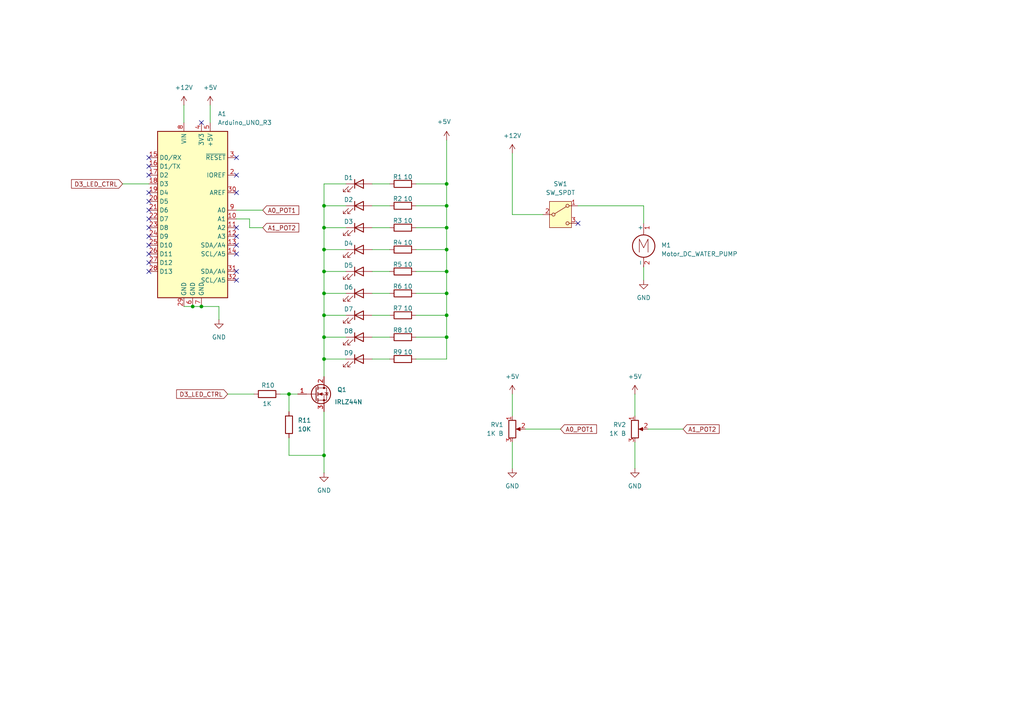
<source format=kicad_sch>
(kicad_sch (version 20231120) (generator "eeschema") (generator_version "8.0")
  (paper "A4")
  (lib_symbols
    (symbol "Device:LED" (pin_numbers hide) (pin_names (offset 1.016) hide)
      (property "Reference" "D" (at 0 2.54 0))
      (property "Value" "LED" (at 0 -2.54 0))
      (symbol "LED_0_1"
        (polyline (pts (xy -1.27 -1.27) (xy -1.27 1.27)) (stroke (width 0.254)))
        (polyline (pts (xy -1.27 0) (xy 1.27 0)))
        (polyline (pts (xy 1.27 -1.27) (xy 1.27 1.27) (xy -1.27 0) (xy 1.27 -1.27)) (stroke (width 0.254)))
        (polyline (pts (xy -3.048 -0.762) (xy -4.572 -2.286) (xy -3.81 -2.286) (xy -4.572 -2.286) (xy -4.572 -1.524)))
        (polyline (pts (xy -1.778 -0.762) (xy -3.302 -2.286) (xy -2.54 -2.286) (xy -3.302 -2.286) (xy -3.302 -1.524)))
      )
      (symbol "LED_1_1"
        (pin passive line (at -3.81 0 0) (length 2.54) (name "K") (number "1"))
        (pin passive line (at 3.81 0 180) (length 2.54) (name "A") (number "2"))
      )
    )
    (symbol "Device:R" (pin_numbers hide) (pin_names (offset 0))
      (property "Reference" "R" (at 2.032 0 90))
      (property "Value" "R" (at 0 0 90))
      (symbol "R_0_1"
        (rectangle (start -1.016 -2.54) (end 1.016 2.54) (stroke (width 0.254)))
      )
      (symbol "R_1_1"
        (pin passive line (at 0 3.81 270) (length 1.27) (name "~") (number "1"))
        (pin passive line (at 0 -3.81 90) (length 1.27) (name "~") (number "2"))
      )
    )
    (symbol "Device:R_Potentiometer" (pin_names (offset 1.016) hide)
      (property "Reference" "RV" (at -4.445 0 90))
      (property "Value" "R_Potentiometer" (at -2.54 0 90))
      (symbol "R_Potentiometer_0_1"
        (polyline (pts (xy 2.54 0) (xy 1.524 0)))
        (polyline (pts (xy 1.143 0) (xy 2.286 0.508) (xy 2.286 -0.508) (xy 1.143 0)) (fill (type outline)))
        (rectangle (start 1.016 2.54) (end -1.016 -2.54) (stroke (width 0.254)))
      )
      (symbol "R_Potentiometer_1_1"
        (pin passive line (at 0 3.81 270) (length 1.27) (name "1") (number "1"))
        (pin passive line (at 3.81 0 180) (length 1.27) (name "2") (number "2"))
        (pin passive line (at 0 -3.81 90) (length 1.27) (name "3") (number "3"))
      )
    )
    (symbol "MCU_Module:Arduino_UNO_R3"
      (property "Reference" "A" (at -10.16 23.495 0))
      (property "Value" "Arduino_UNO_R3" (at 5.08 -26.67 0))
      (symbol "Arduino_UNO_R3_0_1"
        (rectangle (start -10.16 22.86) (end 10.16 -25.4) (stroke (width 0.254)) (fill (type background)))
      )
      (symbol "Arduino_UNO_R3_1_1"
        (pin no_connect line (at -10.16 -20.32 0) (length 2.54) hide (name "NC") (number "1"))
        (pin bidirectional line (at 12.7 -2.54 180) (length 2.54) (name "A1") (number "10"))
        (pin bidirectional line (at 12.7 -5.08 180) (length 2.54) (name "A2") (number "11"))
        (pin bidirectional line (at 12.7 -7.62 180) (length 2.54) (name "A3") (number "12"))
        (pin bidirectional line (at 12.7 -10.16 180) (length 2.54) (name "SDA/A4") (number "13"))
        (pin bidirectional line (at 12.7 -12.7 180) (length 2.54) (name "SCL/A5") (number "14"))
        (pin bidirectional line (at -12.7 15.24 0) (length 2.54) (name "D0/RX") (number "15"))
        (pin bidirectional line (at -12.7 12.7 0) (length 2.54) (name "D1/TX") (number "16"))
        (pin bidirectional line (at -12.7 10.16 0) (length 2.54) (name "D2") (number "17"))
        (pin bidirectional line (at -12.7 7.62 0) (length 2.54) (name "D3") (number "18"))
        (pin bidirectional line (at -12.7 5.08 0) (length 2.54) (name "D4") (number "19"))
        (pin output line (at 12.7 10.16 180) (length 2.54) (name "IOREF") (number "2"))
        (pin bidirectional line (at -12.7 2.54 0) (length 2.54) (name "D5") (number "20"))
        (pin bidirectional line (at -12.7 0 0) (length 2.54) (name "D6") (number "21"))
        (pin bidirectional line (at -12.7 -2.54 0) (length 2.54) (name "D7") (number "22"))
        (pin bidirectional line (at -12.7 -5.08 0) (length 2.54) (name "D8") (number "23"))
        (pin bidirectional line (at -12.7 -7.62 0) (length 2.54) (name "D9") (number "24"))
        (pin bidirectional line (at -12.7 -10.16 0) (length 2.54) (name "D10") (number "25"))
        (pin bidirectional line (at -12.7 -12.7 0) (length 2.54) (name "D11") (number "26"))
        (pin bidirectional line (at -12.7 -15.24 0) (length 2.54) (name "D12") (number "27"))
        (pin bidirectional line (at -12.7 -17.78 0) (length 2.54) (name "D13") (number "28"))
        (pin power_in line (at -2.54 -27.94 90) (length 2.54) (name "GND") (number "29"))
        (pin input line (at 12.7 15.24 180) (length 2.54) (name "~{RESET}") (number "3"))
        (pin input line (at 12.7 5.08 180) (length 2.54) (name "AREF") (number "30"))
        (pin bidirectional line (at 12.7 -17.78 180) (length 2.54) (name "SDA/A4") (number "31"))
        (pin bidirectional line (at 12.7 -20.32 180) (length 2.54) (name "SCL/A5") (number "32"))
        (pin power_out line (at 2.54 25.4 270) (length 2.54) (name "3V3") (number "4"))
        (pin power_out line (at 5.08 25.4 270) (length 2.54) (name "+5V") (number "5"))
        (pin power_in line (at 0 -27.94 90) (length 2.54) (name "GND") (number "6"))
        (pin power_in line (at 2.54 -27.94 90) (length 2.54) (name "GND") (number "7"))
        (pin power_in line (at -2.54 25.4 270) (length 2.54) (name "VIN") (number "8"))
        (pin bidirectional line (at 12.7 0 180) (length 2.54) (name "A0") (number "9"))
      )
    )
    (symbol "Motor:Motor_DC" (pin_names (offset 0))
      (property "Reference" "M" (at 2.54 2.54 0))
      (property "Value" "Motor_DC" (at 2.54 -5.08 0))
      (symbol "Motor_DC_0_0"
        (polyline (pts (xy -1.27 -3.302) (xy -1.27 0.508) (xy 0 -2.032) (xy 1.27 0.508) (xy 1.27 -3.302)))
      )
      (symbol "Motor_DC_0_1"
        (circle (center 0 -1.524) (radius 3.2512) (stroke (width 0.254)))
        (polyline (pts (xy 0 -7.62) (xy 0 -7.112)))
        (polyline (pts (xy 0 -4.7752) (xy 0 -5.1816)))
        (polyline (pts (xy 0 1.7272) (xy 0 2.0828)))
        (polyline (pts (xy 0 2.032) (xy 0 2.54)))
      )
      (symbol "Motor_DC_1_1"
        (pin passive line (at 0 5.08 270) (length 2.54) (name "+") (number "1"))
        (pin passive line (at 0 -7.62 90) (length 2.54) (name "-") (number "2"))
      )
    )
    (symbol "Switch:SW_SPDT" (pin_names (offset 0) hide)
      (property "Reference" "SW" (at 0 5.08 0))
      (property "Value" "SW_SPDT" (at 0 -5.08 0))
      (symbol "SW_SPDT_0_1"
        (circle (center -2.032 0) (radius 0.4572))
        (polyline (pts (xy -1.651 0.254) (xy 1.651 2.286)))
        (circle (center 2.032 -2.54) (radius 0.4572))
        (circle (center 2.032 2.54) (radius 0.4572))
      )
      (symbol "SW_SPDT_1_1"
        (rectangle (start -3.175 3.81) (end 3.175 -3.81) (fill (type background)))
        (pin passive line (at 5.08 2.54 180) (length 2.54) (name "A") (number "1"))
        (pin passive line (at -5.08 0 0) (length 2.54) (name "B") (number "2"))
        (pin passive line (at 5.08 -2.54 180) (length 2.54) (name "C") (number "3"))
      )
    )
    (symbol "Transistor_FET:IRLZ44N" (pin_names hide)
      (property "Reference" "Q" (at 5.08 1.905 0))
      (property "Value" "IRLZ44N" (at 5.08 0 0))
      (symbol "IRLZ44N_0_1"
        (polyline (pts (xy 0.254 0) (xy -2.54 0)))
        (polyline (pts (xy 0.254 1.905) (xy 0.254 -1.905)) (stroke (width 0.254)))
        (polyline (pts (xy 0.762 -1.27) (xy 0.762 -2.286)) (stroke (width 0.254)))
        (polyline (pts (xy 0.762 0.508) (xy 0.762 -0.508)) (stroke (width 0.254)))
        (polyline (pts (xy 0.762 2.286) (xy 0.762 1.27)) (stroke (width 0.254)))
        (polyline (pts (xy 2.54 2.54) (xy 2.54 1.778)))
        (polyline (pts (xy 2.54 -2.54) (xy 2.54 0) (xy 0.762 0)))
        (polyline (pts (xy 0.762 -1.778) (xy 3.302 -1.778) (xy 3.302 1.778) (xy 0.762 1.778)))
        (polyline (pts (xy 1.016 0) (xy 2.032 0.381) (xy 2.032 -0.381) (xy 1.016 0)) (fill (type outline)))
        (polyline (pts (xy 2.794 0.508) (xy 2.921 0.381) (xy 3.683 0.381) (xy 3.81 0.254)))
        (polyline (pts (xy 3.302 0.381) (xy 2.921 -0.254) (xy 3.683 -0.254) (xy 3.302 0.381)))
        (circle (center 1.651 0) (radius 2.794) (stroke (width 0.254)))
        (circle (center 2.54 -1.778) (radius 0.254) (fill (type outline)))
        (circle (center 2.54 1.778) (radius 0.254) (fill (type outline)))
      )
      (symbol "IRLZ44N_1_1"
        (pin input line (at -5.08 0 0) (length 2.54) (name "G") (number "1"))
        (pin passive line (at 2.54 5.08 270) (length 2.54) (name "D") (number "2"))
        (pin passive line (at 2.54 -5.08 90) (length 2.54) (name "S") (number "3"))
      )
    )
    (symbol "power:+12V" (power) (pin_numbers hide) (pin_names (offset 0) hide)
      (property "Value" "+12V" (at 0 3.556 0))
      (symbol "+12V_0_1"
        (polyline (pts (xy -0.762 1.27) (xy 0 2.54)))
        (polyline (pts (xy 0 0) (xy 0 2.54)))
        (polyline (pts (xy 0 2.54) (xy 0.762 1.27)))
      )
      (symbol "+12V_1_1"
        (pin power_in line (at 0 0 90) (length 0) (name "~") (number "1"))
      )
    )
    (symbol "power:+5V" (power) (pin_numbers hide) (pin_names (offset 0) hide)
      (property "Value" "+5V" (at 0 3.556 0))
      (symbol "+5V_0_1"
        (polyline (pts (xy -0.762 1.27) (xy 0 2.54)))
        (polyline (pts (xy 0 0) (xy 0 2.54)))
        (polyline (pts (xy 0 2.54) (xy 0.762 1.27)))
      )
      (symbol "+5V_1_1"
        (pin power_in line (at 0 0 90) (length 0) (name "~") (number "1"))
      )
    )
    (symbol "power:GND" (power) (pin_numbers hide) (pin_names (offset 0) hide)
      (property "Value" "GND" (at 0 -3.81 0))
      (symbol "GND_0_1"
        (polyline (pts (xy 0 0) (xy 0 -1.27) (xy 1.27 -1.27) (xy 0 -2.54) (xy -1.27 -1.27) (xy 0 -1.27)))
      )
      (symbol "GND_1_1"
        (pin power_in line (at 0 0 270) (length 0) (name "~") (number "1"))
      )
    )
  )
  (junction (at 58.42 88.9))
  (junction (at 83.82 114.3))
  (junction (at 93.98 97.79))
  (junction (at 93.98 104.14))
  (junction (at 129.54 53.34))
  (junction (at 93.98 85.09))
  (junction (at 55.88 88.9))
  (junction (at 129.54 91.44))
  (junction (at 129.54 66.04))
  (junction (at 129.54 59.69))
  (junction (at 93.98 66.04))
  (junction (at 93.98 59.69))
  (junction (at 129.54 78.74))
  (junction (at 129.54 97.79))
  (junction (at 129.54 85.09))
  (junction (at 93.98 78.74))
  (junction (at 129.54 72.39))
  (junction (at 93.98 72.39))
  (junction (at 93.98 91.44))
  (junction (at 93.98 132.08))
  (no_connect (at 43.18 48.26))
  (no_connect (at 68.58 50.8))
  (no_connect (at 68.58 73.66))
  (no_connect (at 43.18 63.5))
  (no_connect (at 68.58 71.12))
  (no_connect (at 43.18 71.12))
  (no_connect (at 43.18 58.42))
  (no_connect (at 43.18 66.04))
  (no_connect (at 43.18 73.66))
  (no_connect (at 43.18 50.8))
  (no_connect (at 167.64 64.77))
  (no_connect (at 68.58 55.88))
  (no_connect (at 68.58 68.58))
  (no_connect (at 68.58 45.72))
  (no_connect (at 68.58 81.28))
  (no_connect (at 43.18 78.74))
  (no_connect (at 43.18 55.88))
  (no_connect (at 68.58 78.74))
  (no_connect (at 43.18 60.96))
  (no_connect (at 43.18 68.58))
  (no_connect (at 43.18 76.2))
  (no_connect (at 43.18 45.72))
  (no_connect (at 68.58 66.04))
  (no_connect (at 58.42 35.56))
  (wire (pts (xy 129.54 85.09) (xy 129.54 91.44)))
  (wire (pts (xy 93.98 78.74) (xy 93.98 85.09)))
  (wire (pts (xy 184.15 128.27) (xy 184.15 135.89)))
  (wire (pts (xy 60.96 30.48) (xy 60.96 35.56)))
  (wire (pts (xy 58.42 88.9) (xy 63.5 88.9)))
  (wire (pts (xy 83.82 114.3) (xy 83.82 119.38)))
  (wire (pts (xy 93.98 132.08) (xy 83.82 132.08)))
  (wire (pts (xy 93.98 104.14) (xy 100.33 104.14)))
  (wire (pts (xy 107.95 97.79) (xy 113.03 97.79)))
  (wire (pts (xy 93.98 132.08) (xy 93.98 137.16)))
  (wire (pts (xy 129.54 72.39) (xy 129.54 78.74)))
  (wire (pts (xy 93.98 59.69) (xy 93.98 66.04)))
  (wire (pts (xy 93.98 66.04) (xy 100.33 66.04)))
  (wire (pts (xy 107.95 72.39) (xy 113.03 72.39)))
  (wire (pts (xy 120.65 72.39) (xy 129.54 72.39)))
  (wire (pts (xy 120.65 97.79) (xy 129.54 97.79)))
  (wire (pts (xy 93.98 97.79) (xy 100.33 97.79)))
  (wire (pts (xy 107.95 66.04) (xy 113.03 66.04)))
  (wire (pts (xy 107.95 91.44) (xy 113.03 91.44)))
  (wire (pts (xy 93.98 53.34) (xy 93.98 59.69)))
  (wire (pts (xy 93.98 53.34) (xy 100.33 53.34)))
  (wire (pts (xy 148.59 128.27) (xy 148.59 135.89)))
  (wire (pts (xy 93.98 78.74) (xy 100.33 78.74)))
  (wire (pts (xy 129.54 53.34) (xy 129.54 59.69)))
  (wire (pts (xy 120.65 91.44) (xy 129.54 91.44)))
  (wire (pts (xy 93.98 72.39) (xy 93.98 78.74)))
  (wire (pts (xy 120.65 85.09) (xy 129.54 85.09)))
  (wire (pts (xy 120.65 59.69) (xy 129.54 59.69)))
  (wire (pts (xy 93.98 104.14) (xy 93.98 109.22)))
  (wire (pts (xy 129.54 40.64) (xy 129.54 53.34)))
  (wire (pts (xy 129.54 59.69) (xy 129.54 66.04)))
  (wire (pts (xy 107.95 59.69) (xy 113.03 59.69)))
  (wire (pts (xy 157.48 62.23) (xy 148.59 62.23)))
  (wire (pts (xy 107.95 53.34) (xy 113.03 53.34)))
  (wire (pts (xy 93.98 72.39) (xy 100.33 72.39)))
  (wire (pts (xy 93.98 85.09) (xy 93.98 91.44)))
  (wire (pts (xy 68.58 63.5) (xy 72.39 63.5)))
  (wire (pts (xy 129.54 66.04) (xy 129.54 72.39)))
  (wire (pts (xy 186.69 59.69) (xy 186.69 64.77)))
  (wire (pts (xy 72.39 63.5) (xy 72.39 66.04)))
  (wire (pts (xy 129.54 91.44) (xy 129.54 97.79)))
  (wire (pts (xy 129.54 97.79) (xy 129.54 104.14)))
  (wire (pts (xy 152.4 124.46) (xy 162.56 124.46)))
  (wire (pts (xy 167.64 59.69) (xy 186.69 59.69)))
  (wire (pts (xy 120.65 66.04) (xy 129.54 66.04)))
  (wire (pts (xy 66.04 114.3) (xy 73.66 114.3)))
  (wire (pts (xy 35.56 53.34) (xy 43.18 53.34)))
  (wire (pts (xy 120.65 53.34) (xy 129.54 53.34)))
  (wire (pts (xy 148.59 44.45) (xy 148.59 62.23)))
  (wire (pts (xy 93.98 97.79) (xy 93.98 104.14)))
  (wire (pts (xy 55.88 88.9) (xy 58.42 88.9)))
  (wire (pts (xy 186.69 77.47) (xy 186.69 81.28)))
  (wire (pts (xy 93.98 119.38) (xy 93.98 132.08)))
  (wire (pts (xy 53.34 88.9) (xy 55.88 88.9)))
  (wire (pts (xy 107.95 85.09) (xy 113.03 85.09)))
  (wire (pts (xy 81.28 114.3) (xy 83.82 114.3)))
  (wire (pts (xy 129.54 78.74) (xy 129.54 85.09)))
  (wire (pts (xy 72.39 66.04) (xy 76.2 66.04)))
  (wire (pts (xy 93.98 91.44) (xy 93.98 97.79)))
  (wire (pts (xy 107.95 78.74) (xy 113.03 78.74)))
  (wire (pts (xy 148.59 114.3) (xy 148.59 120.65)))
  (wire (pts (xy 83.82 114.3) (xy 86.36 114.3)))
  (wire (pts (xy 93.98 59.69) (xy 100.33 59.69)))
  (wire (pts (xy 68.58 60.96) (xy 76.2 60.96)))
  (wire (pts (xy 63.5 88.9) (xy 63.5 92.71)))
  (wire (pts (xy 184.15 114.3) (xy 184.15 120.65)))
  (wire (pts (xy 53.34 30.48) (xy 53.34 35.56)))
  (wire (pts (xy 187.96 124.46) (xy 198.12 124.46)))
  (wire (pts (xy 93.98 66.04) (xy 93.98 72.39)))
  (wire (pts (xy 93.98 91.44) (xy 100.33 91.44)))
  (wire (pts (xy 107.95 104.14) (xy 113.03 104.14)))
  (wire (pts (xy 83.82 132.08) (xy 83.82 127)))
  (wire (pts (xy 120.65 78.74) (xy 129.54 78.74)))
  (wire (pts (xy 93.98 85.09) (xy 100.33 85.09)))
  (wire (pts (xy 120.65 104.14) (xy 129.54 104.14)))
  (global_label "A0_POT1" (shape input) (at 76.2 60.96 0) (property "Intersheetrefs" "${INTERSHEET_REFS}" (effects (hide yes))))
  (global_label "A1_POT2" (shape input) (at 198.12 124.46 0) (property "Intersheetrefs" "${INTERSHEET_REFS}" (effects (hide yes))))
  (global_label "D3_LED_CTRL" (shape input) (at 35.56 53.34 180) (property "Intersheetrefs" "${INTERSHEET_REFS}" (effects (hide yes))))
  (global_label "D3_LED_CTRL" (shape input) (at 66.04 114.3 180) (property "Intersheetrefs" "${INTERSHEET_REFS}" (effects (hide yes))))
  (global_label "A1_POT2" (shape input) (at 76.2 66.04 0) (property "Intersheetrefs" "${INTERSHEET_REFS}" (effects (hide yes))))
  (global_label "A0_POT1" (shape input) (at 162.56 124.46 0) (property "Intersheetrefs" "${INTERSHEET_REFS}" (effects (hide yes))))
  (symbol (lib_id "Device:R") (at 116.84 91.44 270) (unit 1)
    (property "Reference" "R7" (at 115.316 89.408 90))
    (property "Value" "10" (at 118.364 89.408 90))
    (property "Description" "Resistor" (effects (hide yes)))
  )
  (symbol (lib_id "Device:LED") (at 104.14 66.04 0) (unit 1)
    (property "Reference" "D3" (at 101.092 64.262 0))
    (property "Value" "LED" (effects (hide yes)))
    (property "Description" "Light emitting diode" (effects (hide yes)))
  )
  (symbol (lib_id "power:+12V") (at 53.34 30.48 0) (unit 1)
    (property "Reference" "#PWR011" (effects (hide yes)))
    (property "Value" "+12V" (at 53.34 25.4 0))
    (property "Description" "Power symbol creates a global label with name \"+12V\"" (effects (hide yes)))
  )
  (symbol (lib_id "Device:LED") (at 104.14 85.09 0) (unit 1)
    (property "Reference" "D6" (at 101.092 83.312 0))
    (property "Value" "LED" (effects (hide yes)))
    (property "Description" "Light emitting diode" (effects (hide yes)))
  )
  (symbol (lib_id "Device:R") (at 116.84 104.14 270) (unit 1)
    (property "Reference" "R9" (at 115.316 102.108 90))
    (property "Value" "10" (at 118.364 102.108 90))
    (property "Description" "Resistor" (effects (hide yes)))
  )
  (symbol (lib_id "Device:R") (at 116.84 66.04 270) (unit 1)
    (property "Reference" "R3" (at 115.316 64.008 90))
    (property "Value" "10" (at 118.364 64.008 90))
    (property "Description" "Resistor" (effects (hide yes)))
  )
  (symbol (lib_id "Device:R_Potentiometer") (at 148.59 124.46 0) (unit 1)
    (property "Reference" "RV1" (at 146.05 123.1899 0) (effects (justify right)))
    (property "Value" "1K B" (at 146.05 125.7299 0) (effects (justify right)))
    (property "Description" "Potentiometer" (effects (hide yes)))
  )
  (symbol (lib_id "Device:R") (at 116.84 53.34 270) (unit 1)
    (property "Reference" "R1" (at 115.316 51.308 90))
    (property "Value" "10" (at 118.364 51.308 90))
    (property "Description" "Resistor" (effects (hide yes)))
  )
  (symbol (lib_id "Device:R") (at 116.84 72.39 270) (unit 1)
    (property "Reference" "R4" (at 115.316 70.358 90))
    (property "Value" "10" (at 118.364 70.358 90))
    (property "Description" "Resistor" (effects (hide yes)))
  )
  (symbol (lib_id "power:+5V") (at 129.54 40.64 0) (unit 1)
    (property "Reference" "#PWR01" (effects (hide yes)))
    (property "Value" "+5V" (at 128.778 35.306 0))
    (property "Description" "Power symbol creates a global label with name \"+5V\"" (effects (hide yes)))
  )
  (symbol (lib_id "Device:R") (at 83.82 123.19 0) (unit 1)
    (property "Reference" "R11" (at 86.36 121.9199 0) (effects (justify left)))
    (property "Value" "10K" (at 86.36 124.4599 0) (effects (justify left)))
    (property "Description" "Resistor" (effects (hide yes)))
  )
  (symbol (lib_id "Device:R") (at 116.84 59.69 270) (unit 1)
    (property "Reference" "R2" (at 115.316 57.658 90))
    (property "Value" "10" (at 118.364 57.658 90))
    (property "Description" "Resistor" (effects (hide yes)))
  )
  (symbol (lib_id "power:GND") (at 186.69 81.28 0) (unit 1)
    (property "Reference" "#PWR04" (effects (hide yes)))
    (property "Value" "GND" (at 186.69 86.36 0))
    (property "Description" "Power symbol creates a global label with name \"GND\" , ground" (effects (hide yes)))
  )
  (symbol (lib_id "power:+5V") (at 148.59 114.3 0) (unit 1)
    (property "Reference" "#PWR05" (effects (hide yes)))
    (property "Value" "+5V" (at 148.59 109.22 0))
    (property "Description" "Power symbol creates a global label with name \"+5V\"" (effects (hide yes)))
  )
  (symbol (lib_id "power:GND") (at 93.98 137.16 0) (unit 1)
    (property "Reference" "#PWR02" (effects (hide yes)))
    (property "Value" "GND" (at 93.98 142.24 0))
    (property "Description" "Power symbol creates a global label with name \"GND\" , ground" (effects (hide yes)))
  )
  (symbol (lib_id "Device:R") (at 116.84 78.74 270) (unit 1)
    (property "Reference" "R5" (at 115.316 76.708 90))
    (property "Value" "10" (at 118.364 76.708 90))
    (property "Description" "Resistor" (effects (hide yes)))
  )
  (symbol (lib_id "Transistor_FET:IRLZ44N") (at 91.44 114.3 0) (unit 1)
    (property "Reference" "Q1" (at 97.79 113.0299 0) (effects (justify left)))
    (property "Value" "IRLZ44N" (at 97.028 116.586 0) (effects (justify left)))
    (property "Footprint" "Package_TO_SOT_THT:TO-220-3_Vertical" (effects (hide yes)))
    (property "Datasheet" "http://www.irf.com/product-info/datasheets/data/irlz44n.pdf" (effects (hide yes)))
    (property "Description" "47A Id, 55V Vds, 22mOhm Rds Single N-Channel HEXFET Power MOSFET, TO-220AB" (effects (hide yes)))
  )
  (symbol (lib_id "Motor:Motor_DC") (at 186.69 69.85 0) (unit 1)
    (property "Reference" "M1" (at 191.77 71.1199 0) (effects (justify left)))
    (property "Value" "Motor_DC_WATER_PUMP" (at 191.77 73.6599 0) (effects (justify left)))
    (property "Description" "DC Motor" (effects (hide yes)))
  )
  (symbol (lib_id "Device:LED") (at 104.14 59.69 0) (unit 1)
    (property "Reference" "D2" (at 101.092 57.912 0))
    (property "Value" "LED" (effects (hide yes)))
    (property "Description" "Light emitting diode" (effects (hide yes)))
  )
  (symbol (lib_id "MCU_Module:Arduino_UNO_R3") (at 55.88 60.96 0) (unit 1)
    (property "Reference" "A1" (at 63.1541 33.02 0) (effects (justify left)))
    (property "Value" "Arduino_UNO_R3" (at 63.1541 35.56 0) (effects (justify left)))
    (property "Footprint" "Module:Arduino_UNO_R3" (effects (hide yes)))
    (property "Datasheet" "https://www.arduino.cc/en/Main/arduinoBoardUno" (effects (hide yes)))
    (property "Description" "Arduino UNO Microcontroller Module, release 3" (effects (hide yes)))
  )
  (symbol (lib_id "Device:LED") (at 104.14 78.74 0) (unit 1)
    (property "Reference" "D5" (at 101.092 76.962 0))
    (property "Value" "LED" (effects (hide yes)))
    (property "Description" "Light emitting diode" (effects (hide yes)))
  )
  (symbol (lib_id "power:+5V") (at 60.96 30.48 0) (unit 1)
    (property "Reference" "#PWR010" (effects (hide yes)))
    (property "Value" "+5V" (at 60.96 25.4 0))
    (property "Description" "Power symbol creates a global label with name \"+5V\"" (effects (hide yes)))
  )
  (symbol (lib_id "power:GND") (at 63.5 92.71 0) (unit 1)
    (property "Reference" "#PWR09" (effects (hide yes)))
    (property "Value" "GND" (at 63.5 97.79 0))
    (property "Description" "Power symbol creates a global label with name \"GND\" , ground" (effects (hide yes)))
  )
  (symbol (lib_id "Device:R") (at 77.47 114.3 270) (unit 1)
    (property "Reference" "R10" (at 77.724 111.76 90))
    (property "Value" "1K" (at 77.47 117.094 90))
    (property "Description" "Resistor" (effects (hide yes)))
  )
  (symbol (lib_id "power:+12V") (at 148.59 44.45 0) (unit 1)
    (property "Reference" "#PWR03" (effects (hide yes)))
    (property "Value" "+12V" (at 148.59 39.37 0))
    (property "Description" "Power symbol creates a global label with name \"+12V\"" (effects (hide yes)))
  )
  (symbol (lib_id "Switch:SW_SPDT") (at 162.56 62.23 0) (unit 1)
    (property "Reference" "SW1" (at 162.56 53.34 0))
    (property "Value" "SW_SPDT" (at 162.56 55.88 0))
    (property "Description" "Switch, single pole double throw" (effects (hide yes)))
  )
  (symbol (lib_id "Device:R_Potentiometer") (at 184.15 124.46 0) (unit 1)
    (property "Reference" "RV2" (at 181.61 123.1899 0) (effects (justify right)))
    (property "Value" "1K B" (at 181.61 125.7299 0) (effects (justify right)))
    (property "Description" "Potentiometer" (effects (hide yes)))
  )
  (symbol (lib_id "Device:LED") (at 104.14 104.14 0) (unit 1)
    (property "Reference" "D9" (at 101.092 102.362 0))
    (property "Value" "LED" (effects (hide yes)))
    (property "Description" "Light emitting diode" (effects (hide yes)))
  )
  (symbol (lib_id "Device:LED") (at 104.14 72.39 0) (unit 1)
    (property "Reference" "D4" (at 101.092 70.612 0))
    (property "Value" "LED" (effects (hide yes)))
    (property "Description" "Light emitting diode" (effects (hide yes)))
  )
  (symbol (lib_id "Device:R") (at 116.84 97.79 270) (unit 1)
    (property "Reference" "R8" (at 115.316 95.758 90))
    (property "Value" "10" (at 118.364 95.758 90))
    (property "Description" "Resistor" (effects (hide yes)))
  )
  (symbol (lib_id "power:GND") (at 184.15 135.89 0) (unit 1)
    (property "Reference" "#PWR08" (effects (hide yes)))
    (property "Value" "GND" (at 184.15 140.97 0))
    (property "Description" "Power symbol creates a global label with name \"GND\" , ground" (effects (hide yes)))
  )
  (symbol (lib_id "Device:R") (at 116.84 85.09 270) (unit 1)
    (property "Reference" "R6" (at 115.316 83.058 90))
    (property "Value" "10" (at 118.364 83.058 90))
    (property "Description" "Resistor" (effects (hide yes)))
  )
  (symbol (lib_id "power:GND") (at 148.59 135.89 0) (unit 1)
    (property "Reference" "#PWR07" (effects (hide yes)))
    (property "Value" "GND" (at 148.59 140.97 0))
    (property "Description" "Power symbol creates a global label with name \"GND\" , ground" (effects (hide yes)))
  )
  (symbol (lib_id "Device:LED") (at 104.14 97.79 0) (unit 1)
    (property "Reference" "D8" (at 101.092 96.012 0))
    (property "Value" "LED" (effects (hide yes)))
    (property "Description" "Light emitting diode" (effects (hide yes)))
  )
  (symbol (lib_id "Device:LED") (at 104.14 91.44 0) (unit 1)
    (property "Reference" "D7" (at 101.092 89.662 0))
    (property "Value" "LED" (effects (hide yes)))
    (property "Description" "Light emitting diode" (effects (hide yes)))
  )
  (symbol (lib_id "power:+5V") (at 184.15 114.3 0) (unit 1)
    (property "Reference" "#PWR06" (effects (hide yes)))
    (property "Value" "+5V" (at 184.15 109.22 0))
    (property "Description" "Power symbol creates a global label with name \"+5V\"" (effects (hide yes)))
  )
  (symbol (lib_id "Device:LED") (at 104.14 53.34 0) (unit 1)
    (property "Reference" "D1" (at 101.092 51.562 0))
    (property "Value" "LED" (effects (hide yes)))
    (property "Description" "Light emitting diode" (effects (hide yes)))
  )
)
</source>
